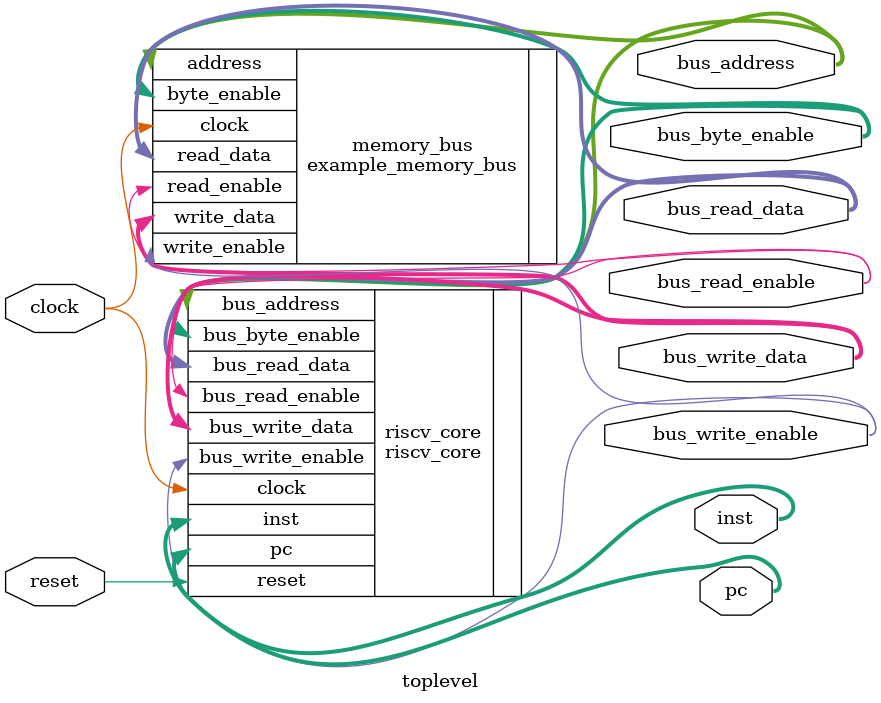
<source format=sv>

`include "config.sv"
`include "constants.sv"

module toplevel (
    input  clock,
    input  reset,

    output [31:0] bus_read_data,
    output [31:0] bus_address,
    output [31:0] bus_write_data,
    output [3:0]  bus_byte_enable,
    output        bus_read_enable,
    output        bus_write_enable,

    output [31:0] inst,
    output [31:0] pc
);

    riscv_core riscv_core (
        .clock                  (clock),
        .reset                  (reset),
        .inst                   (inst),
        .pc                     (pc),
        .bus_address            (bus_address),
        .bus_read_data          (bus_read_data),
        .bus_write_data         (bus_write_data),
        .bus_read_enable        (bus_read_enable),
        .bus_write_enable       (bus_write_enable),
        .bus_byte_enable        (bus_byte_enable)
    );

    example_memory_bus memory_bus (
        .clock                  (clock),
        .address                (bus_address),
        .read_data              (bus_read_data),
        .write_data             (bus_write_data),
        .read_enable            (bus_read_enable),
        .write_enable           (bus_write_enable),
        .byte_enable            (bus_byte_enable)
    );

endmodule


</source>
